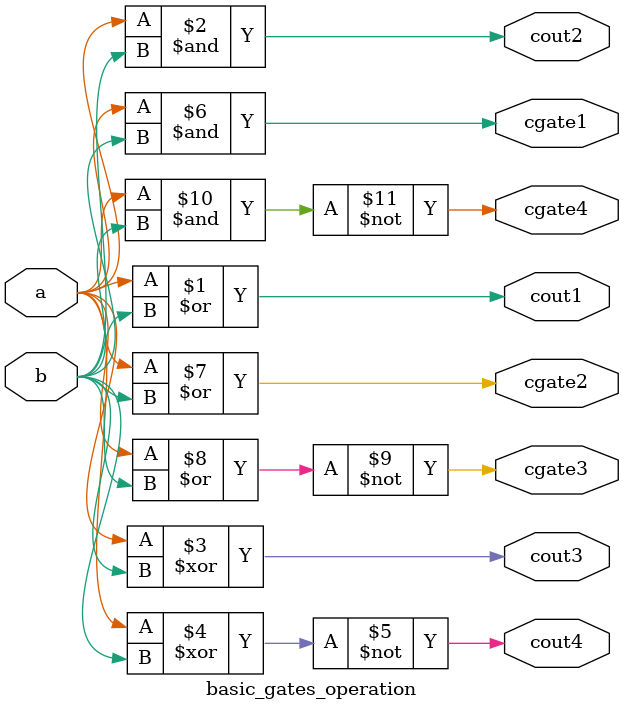
<source format=v>
`timescale 1ns / 1ps

module basic_gates_operation(input  a,b , output cgate1,cgate2,cgate3,cgate4 ,cout1,cout2,cout3,cout4);
assign cout1 = a|b ; 
assign cout2 =a&b ;
assign cout3 = a^b;  // using data flow modeling 
assign cout4 = ~(a^b);
 
 and(cgate1,a,b);
 or(cgate2,a,b);
 nor(cgate3,a,b);  /// using gate level modeling 
 nand(cgate4,a,b);

endmodule

</source>
